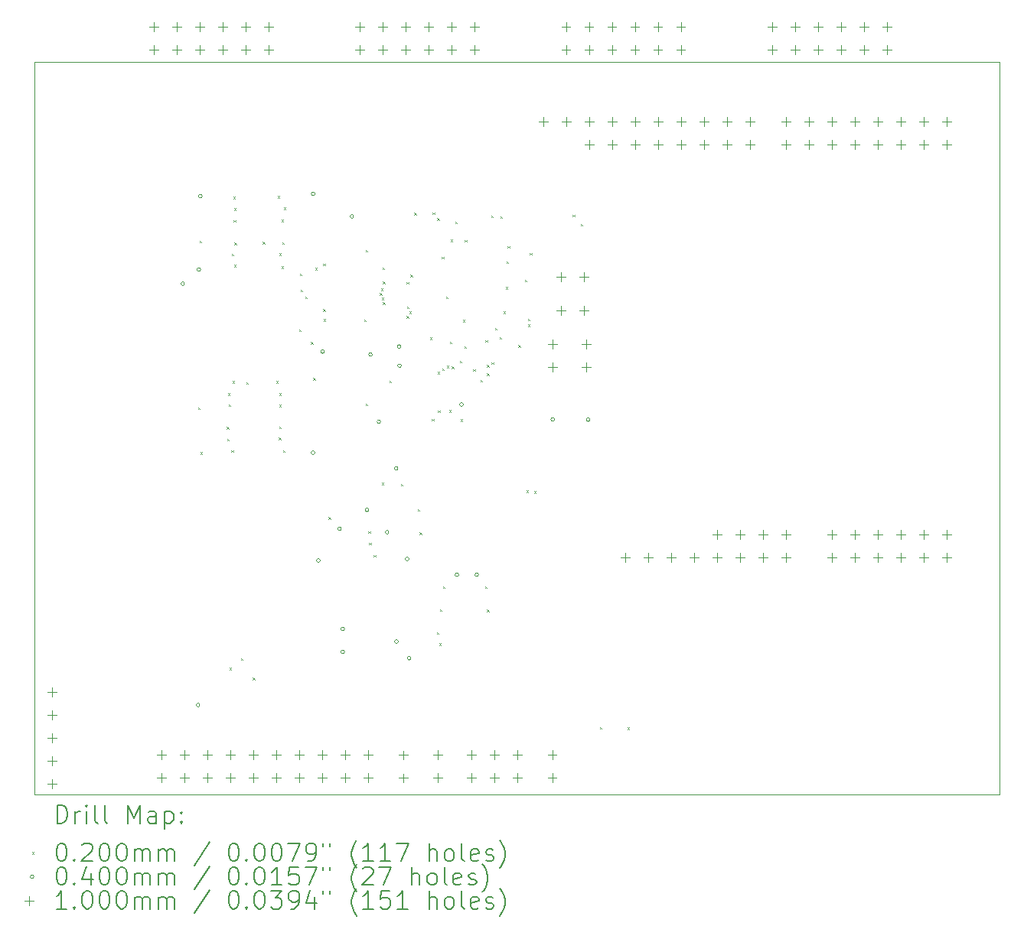
<source format=gbr>
%TF.GenerationSoftware,KiCad,Pcbnew,(6.0.7)*%
%TF.CreationDate,2023-05-13T08:52:07+05:30*%
%TF.ProjectId,DSP_board,4453505f-626f-4617-9264-2e6b69636164,rev?*%
%TF.SameCoordinates,Original*%
%TF.FileFunction,Drillmap*%
%TF.FilePolarity,Positive*%
%FSLAX45Y45*%
G04 Gerber Fmt 4.5, Leading zero omitted, Abs format (unit mm)*
G04 Created by KiCad (PCBNEW (6.0.7)) date 2023-05-13 08:52:07*
%MOMM*%
%LPD*%
G01*
G04 APERTURE LIST*
%ADD10C,0.100000*%
%ADD11C,0.200000*%
%ADD12C,0.020000*%
%ADD13C,0.040000*%
G04 APERTURE END LIST*
D10*
X8606000Y-6388000D02*
X19285000Y-6388000D01*
X19285000Y-6388000D02*
X19285000Y-14506000D01*
X19285000Y-14506000D02*
X8606000Y-14506000D01*
X8606000Y-14506000D02*
X8606000Y-6388000D01*
D11*
D12*
X10420000Y-10218000D02*
X10440000Y-10238000D01*
X10440000Y-10218000D02*
X10420000Y-10238000D01*
X10433233Y-8372000D02*
X10453233Y-8392000D01*
X10453233Y-8372000D02*
X10433233Y-8392000D01*
X10442000Y-10714000D02*
X10462000Y-10734000D01*
X10462000Y-10714000D02*
X10442000Y-10734000D01*
X10734000Y-10433000D02*
X10754000Y-10453000D01*
X10754000Y-10433000D02*
X10734000Y-10453000D01*
X10738000Y-10563000D02*
X10758000Y-10583000D01*
X10758000Y-10563000D02*
X10738000Y-10583000D01*
X10749000Y-10062000D02*
X10769000Y-10082000D01*
X10769000Y-10062000D02*
X10749000Y-10082000D01*
X10757000Y-10182000D02*
X10777000Y-10202000D01*
X10777000Y-10182000D02*
X10757000Y-10202000D01*
X10763000Y-13101000D02*
X10783000Y-13121000D01*
X10783000Y-13101000D02*
X10763000Y-13121000D01*
X10785450Y-10690000D02*
X10805450Y-10710000D01*
X10805450Y-10690000D02*
X10785450Y-10710000D01*
X10789800Y-8515000D02*
X10809800Y-8535000D01*
X10809800Y-8515000D02*
X10789800Y-8535000D01*
X10796450Y-9924000D02*
X10816450Y-9944000D01*
X10816450Y-9924000D02*
X10796450Y-9944000D01*
X10808800Y-7884000D02*
X10828800Y-7904000D01*
X10828800Y-7884000D02*
X10808800Y-7904000D01*
X10811800Y-8143000D02*
X10831800Y-8163000D01*
X10831800Y-8143000D02*
X10811800Y-8163000D01*
X10813800Y-8638000D02*
X10833800Y-8658000D01*
X10833800Y-8638000D02*
X10813800Y-8658000D01*
X10817800Y-8011000D02*
X10837800Y-8031000D01*
X10837800Y-8011000D02*
X10817800Y-8031000D01*
X10820800Y-8393000D02*
X10840800Y-8413000D01*
X10840800Y-8393000D02*
X10820800Y-8413000D01*
X10890000Y-12993000D02*
X10910000Y-13013000D01*
X10910000Y-12993000D02*
X10890000Y-13013000D01*
X10952250Y-9937750D02*
X10972250Y-9957750D01*
X10972250Y-9937750D02*
X10952250Y-9957750D01*
X11022000Y-13212000D02*
X11042000Y-13232000D01*
X11042000Y-13212000D02*
X11022000Y-13232000D01*
X11132000Y-8383000D02*
X11152000Y-8403000D01*
X11152000Y-8383000D02*
X11132000Y-8403000D01*
X11280000Y-9926000D02*
X11300000Y-9946000D01*
X11300000Y-9926000D02*
X11280000Y-9946000D01*
X11296800Y-7875000D02*
X11316800Y-7895000D01*
X11316800Y-7875000D02*
X11296800Y-7895000D01*
X11312000Y-10551000D02*
X11332000Y-10571000D01*
X11332000Y-10551000D02*
X11312000Y-10571000D01*
X11314000Y-10060000D02*
X11334000Y-10080000D01*
X11334000Y-10060000D02*
X11314000Y-10080000D01*
X11315000Y-10187000D02*
X11335000Y-10207000D01*
X11335000Y-10187000D02*
X11315000Y-10207000D01*
X11315000Y-10430000D02*
X11335000Y-10450000D01*
X11335000Y-10430000D02*
X11315000Y-10450000D01*
X11315800Y-8510000D02*
X11335800Y-8530000D01*
X11335800Y-8510000D02*
X11315800Y-8530000D01*
X11338800Y-8655000D02*
X11358800Y-8675000D01*
X11358800Y-8655000D02*
X11338800Y-8675000D01*
X11342800Y-8140000D02*
X11362800Y-8160000D01*
X11362800Y-8140000D02*
X11342800Y-8160000D01*
X11349800Y-8390000D02*
X11369800Y-8410000D01*
X11369800Y-8390000D02*
X11349800Y-8410000D01*
X11359450Y-10692000D02*
X11379450Y-10712000D01*
X11379450Y-10692000D02*
X11359450Y-10712000D01*
X11364800Y-8004000D02*
X11384800Y-8024000D01*
X11384800Y-8004000D02*
X11364800Y-8024000D01*
X11534264Y-9356201D02*
X11554264Y-9376201D01*
X11554264Y-9356201D02*
X11534264Y-9376201D01*
X11543000Y-8737000D02*
X11563000Y-8757000D01*
X11563000Y-8737000D02*
X11543000Y-8757000D01*
X11552317Y-8916101D02*
X11572317Y-8936101D01*
X11572317Y-8916101D02*
X11552317Y-8936101D01*
X11603000Y-8991000D02*
X11623000Y-9011000D01*
X11623000Y-8991000D02*
X11603000Y-9011000D01*
X11665000Y-9494000D02*
X11685000Y-9514000D01*
X11685000Y-9494000D02*
X11665000Y-9514000D01*
X11693000Y-9892000D02*
X11713000Y-9912000D01*
X11713000Y-9892000D02*
X11693000Y-9912000D01*
X11715000Y-8671000D02*
X11735000Y-8691000D01*
X11735000Y-8671000D02*
X11715000Y-8691000D01*
X11803000Y-8624000D02*
X11823000Y-8644000D01*
X11823000Y-8624000D02*
X11803000Y-8644000D01*
X11803000Y-9130000D02*
X11823000Y-9150000D01*
X11823000Y-9130000D02*
X11803000Y-9150000D01*
X11804000Y-9241000D02*
X11824000Y-9261000D01*
X11824000Y-9241000D02*
X11804000Y-9261000D01*
X11862000Y-11433000D02*
X11882000Y-11453000D01*
X11882000Y-11433000D02*
X11862000Y-11453000D01*
X12253000Y-9246000D02*
X12273000Y-9266000D01*
X12273000Y-9246000D02*
X12253000Y-9266000D01*
X12269000Y-10175000D02*
X12289000Y-10195000D01*
X12289000Y-10175000D02*
X12269000Y-10195000D01*
X12273000Y-8474000D02*
X12293000Y-8494000D01*
X12293000Y-8474000D02*
X12273000Y-8494000D01*
X12301000Y-11589000D02*
X12321000Y-11609000D01*
X12321000Y-11589000D02*
X12301000Y-11609000D01*
X12311000Y-11717000D02*
X12331000Y-11737000D01*
X12331000Y-11717000D02*
X12311000Y-11737000D01*
X12362000Y-11850000D02*
X12382000Y-11870000D01*
X12382000Y-11850000D02*
X12362000Y-11870000D01*
X12429000Y-8951000D02*
X12449000Y-8971000D01*
X12449000Y-8951000D02*
X12429000Y-8971000D01*
X12443550Y-8902000D02*
X12463550Y-8922000D01*
X12463550Y-8902000D02*
X12443550Y-8922000D01*
X12448987Y-9001388D02*
X12468987Y-9021388D01*
X12468987Y-9001388D02*
X12448987Y-9021388D01*
X12450800Y-11051000D02*
X12470800Y-11071000D01*
X12470800Y-11051000D02*
X12450800Y-11071000D01*
X12457050Y-8669000D02*
X12477050Y-8689000D01*
X12477050Y-8669000D02*
X12457050Y-8689000D01*
X12461055Y-8823517D02*
X12481055Y-8843517D01*
X12481055Y-8823517D02*
X12461055Y-8843517D01*
X12462550Y-9052000D02*
X12482550Y-9072000D01*
X12482550Y-9052000D02*
X12462550Y-9072000D01*
X12532000Y-9920000D02*
X12552000Y-9940000D01*
X12552000Y-9920000D02*
X12532000Y-9940000D01*
X12659550Y-11065000D02*
X12679550Y-11085000D01*
X12679550Y-11065000D02*
X12659550Y-11085000D01*
X12725781Y-8826886D02*
X12745781Y-8846886D01*
X12745781Y-8826886D02*
X12725781Y-8846886D01*
X12726000Y-9205000D02*
X12746000Y-9225000D01*
X12746000Y-9205000D02*
X12726000Y-9225000D01*
X12731000Y-9102000D02*
X12751000Y-9122000D01*
X12751000Y-9102000D02*
X12731000Y-9122000D01*
X12754000Y-9155000D02*
X12774000Y-9175000D01*
X12774000Y-9155000D02*
X12754000Y-9175000D01*
X12768000Y-8750000D02*
X12788000Y-8770000D01*
X12788000Y-8750000D02*
X12768000Y-8770000D01*
X12809000Y-8063000D02*
X12829000Y-8083000D01*
X12829000Y-8063000D02*
X12809000Y-8083000D01*
X12850000Y-11341000D02*
X12870000Y-11361000D01*
X12870000Y-11341000D02*
X12850000Y-11361000D01*
X12868000Y-11601000D02*
X12888000Y-11621000D01*
X12888000Y-11601000D02*
X12868000Y-11621000D01*
X12982744Y-9443508D02*
X13002744Y-9463508D01*
X13002744Y-9443508D02*
X12982744Y-9463508D01*
X13004000Y-10345000D02*
X13024000Y-10365000D01*
X13024000Y-10345000D02*
X13004000Y-10365000D01*
X13011000Y-8059000D02*
X13031000Y-8079000D01*
X13031000Y-8059000D02*
X13011000Y-8079000D01*
X13057000Y-12706000D02*
X13077000Y-12726000D01*
X13077000Y-12706000D02*
X13057000Y-12726000D01*
X13064550Y-8122000D02*
X13084550Y-8142000D01*
X13084550Y-8122000D02*
X13064550Y-8142000D01*
X13070000Y-9824000D02*
X13090000Y-9844000D01*
X13090000Y-9824000D02*
X13070000Y-9844000D01*
X13072000Y-10250250D02*
X13092000Y-10270250D01*
X13092000Y-10250250D02*
X13072000Y-10270250D01*
X13085000Y-12831000D02*
X13105000Y-12851000D01*
X13105000Y-12831000D02*
X13085000Y-12851000D01*
X13092000Y-12455000D02*
X13112000Y-12475000D01*
X13112000Y-12455000D02*
X13092000Y-12475000D01*
X13113000Y-8548000D02*
X13133000Y-8568000D01*
X13133000Y-8548000D02*
X13113000Y-8568000D01*
X13119450Y-9784000D02*
X13139450Y-9804000D01*
X13139450Y-9784000D02*
X13119450Y-9804000D01*
X13127000Y-12198000D02*
X13147000Y-12218000D01*
X13147000Y-12198000D02*
X13127000Y-12218000D01*
X13160450Y-8988000D02*
X13180450Y-9008000D01*
X13180450Y-8988000D02*
X13160450Y-9008000D01*
X13168902Y-9755400D02*
X13188902Y-9775400D01*
X13188902Y-9755400D02*
X13168902Y-9775400D01*
X13193000Y-10248250D02*
X13213000Y-10268250D01*
X13213000Y-10248250D02*
X13193000Y-10268250D01*
X13201713Y-9491050D02*
X13221713Y-9511050D01*
X13221713Y-9491050D02*
X13201713Y-9511050D01*
X13210000Y-8358000D02*
X13230000Y-8378000D01*
X13230000Y-8358000D02*
X13210000Y-8378000D01*
X13225000Y-9765000D02*
X13245000Y-9785000D01*
X13245000Y-9765000D02*
X13225000Y-9785000D01*
X13260000Y-8158000D02*
X13280000Y-8178000D01*
X13280000Y-8158000D02*
X13260000Y-8178000D01*
X13314550Y-9700000D02*
X13334550Y-9720000D01*
X13334550Y-9700000D02*
X13314550Y-9720000D01*
X13319625Y-10349250D02*
X13339625Y-10369250D01*
X13339625Y-10349250D02*
X13319625Y-10369250D01*
X13347000Y-9248000D02*
X13367000Y-9268000D01*
X13367000Y-9248000D02*
X13347000Y-9268000D01*
X13361950Y-9541950D02*
X13381950Y-9561950D01*
X13381950Y-9541950D02*
X13361950Y-9561950D01*
X13369000Y-8364000D02*
X13389000Y-8384000D01*
X13389000Y-8364000D02*
X13369000Y-8384000D01*
X13461000Y-9793000D02*
X13481000Y-9813000D01*
X13481000Y-9793000D02*
X13461000Y-9813000D01*
X13542450Y-9912000D02*
X13562450Y-9932000D01*
X13562450Y-9912000D02*
X13542450Y-9932000D01*
X13592204Y-12201415D02*
X13612204Y-12221415D01*
X13612204Y-12201415D02*
X13592204Y-12221415D01*
X13598000Y-9470000D02*
X13618000Y-9490000D01*
X13618000Y-9470000D02*
X13598000Y-9490000D01*
X13614000Y-9748000D02*
X13634000Y-9768000D01*
X13634000Y-9748000D02*
X13614000Y-9768000D01*
X13614000Y-12456000D02*
X13634000Y-12476000D01*
X13634000Y-12456000D02*
X13614000Y-12476000D01*
X13615000Y-9839450D02*
X13635000Y-9859450D01*
X13635000Y-9839450D02*
X13615000Y-9859450D01*
X13661000Y-8091000D02*
X13681000Y-8111000D01*
X13681000Y-8091000D02*
X13661000Y-8111000D01*
X13664000Y-9719000D02*
X13684000Y-9739000D01*
X13684000Y-9719000D02*
X13664000Y-9739000D01*
X13701050Y-9338050D02*
X13721050Y-9358050D01*
X13721050Y-9338050D02*
X13701050Y-9358050D01*
X13755000Y-9439000D02*
X13775000Y-9459000D01*
X13775000Y-9439000D02*
X13755000Y-9459000D01*
X13761950Y-8102000D02*
X13781950Y-8122000D01*
X13781950Y-8102000D02*
X13761950Y-8122000D01*
X13798000Y-9156000D02*
X13818000Y-9176000D01*
X13818000Y-9156000D02*
X13798000Y-9176000D01*
X13823000Y-8885000D02*
X13843000Y-8905000D01*
X13843000Y-8885000D02*
X13823000Y-8905000D01*
X13829000Y-8600000D02*
X13849000Y-8620000D01*
X13849000Y-8600000D02*
X13829000Y-8620000D01*
X13842000Y-8429000D02*
X13862000Y-8449000D01*
X13862000Y-8429000D02*
X13842000Y-8449000D01*
X13962000Y-9529000D02*
X13982000Y-9549000D01*
X13982000Y-9529000D02*
X13962000Y-9549000D01*
X14035000Y-8800950D02*
X14055000Y-8820950D01*
X14055000Y-8800950D02*
X14035000Y-8820950D01*
X14048000Y-11135000D02*
X14068000Y-11155000D01*
X14068000Y-11135000D02*
X14048000Y-11155000D01*
X14067000Y-9298000D02*
X14087000Y-9318000D01*
X14087000Y-9298000D02*
X14067000Y-9318000D01*
X14069000Y-9238000D02*
X14089000Y-9258000D01*
X14089000Y-9238000D02*
X14069000Y-9258000D01*
X14089000Y-8505000D02*
X14109000Y-8525000D01*
X14109000Y-8505000D02*
X14089000Y-8525000D01*
X14134000Y-11146000D02*
X14154000Y-11166000D01*
X14154000Y-11146000D02*
X14134000Y-11166000D01*
X14562000Y-8085000D02*
X14582000Y-8105000D01*
X14582000Y-8085000D02*
X14562000Y-8105000D01*
X14652000Y-8185000D02*
X14672000Y-8205000D01*
X14672000Y-8185000D02*
X14652000Y-8205000D01*
X14862000Y-13758000D02*
X14882000Y-13778000D01*
X14882000Y-13758000D02*
X14862000Y-13778000D01*
X15166000Y-13760000D02*
X15186000Y-13780000D01*
X15186000Y-13760000D02*
X15166000Y-13780000D01*
D13*
X10268000Y-8848000D02*
G75*
G03*
X10268000Y-8848000I-20000J0D01*
G01*
X10437000Y-13513000D02*
G75*
G03*
X10437000Y-13513000I-20000J0D01*
G01*
X10445000Y-8690000D02*
G75*
G03*
X10445000Y-8690000I-20000J0D01*
G01*
X10462000Y-7879000D02*
G75*
G03*
X10462000Y-7879000I-20000J0D01*
G01*
X11710000Y-10718000D02*
G75*
G03*
X11710000Y-10718000I-20000J0D01*
G01*
X11711000Y-7851000D02*
G75*
G03*
X11711000Y-7851000I-20000J0D01*
G01*
X11768000Y-11911000D02*
G75*
G03*
X11768000Y-11911000I-20000J0D01*
G01*
X11814927Y-9598690D02*
G75*
G03*
X11814927Y-9598690I-20000J0D01*
G01*
X12002000Y-11560000D02*
G75*
G03*
X12002000Y-11560000I-20000J0D01*
G01*
X12038000Y-12670000D02*
G75*
G03*
X12038000Y-12670000I-20000J0D01*
G01*
X12038000Y-12924000D02*
G75*
G03*
X12038000Y-12924000I-20000J0D01*
G01*
X12139000Y-8103000D02*
G75*
G03*
X12139000Y-8103000I-20000J0D01*
G01*
X12305437Y-11351562D02*
G75*
G03*
X12305437Y-11351562I-20000J0D01*
G01*
X12345000Y-9632000D02*
G75*
G03*
X12345000Y-9632000I-20000J0D01*
G01*
X12437000Y-10375000D02*
G75*
G03*
X12437000Y-10375000I-20000J0D01*
G01*
X12528250Y-11598750D02*
G75*
G03*
X12528250Y-11598750I-20000J0D01*
G01*
X12628000Y-10893000D02*
G75*
G03*
X12628000Y-10893000I-20000J0D01*
G01*
X12632000Y-12809000D02*
G75*
G03*
X12632000Y-12809000I-20000J0D01*
G01*
X12662000Y-9544000D02*
G75*
G03*
X12662000Y-9544000I-20000J0D01*
G01*
X12666000Y-9755000D02*
G75*
G03*
X12666000Y-9755000I-20000J0D01*
G01*
X12751000Y-11896000D02*
G75*
G03*
X12751000Y-11896000I-20000J0D01*
G01*
X12773000Y-12994000D02*
G75*
G03*
X12773000Y-12994000I-20000J0D01*
G01*
X13301000Y-12071000D02*
G75*
G03*
X13301000Y-12071000I-20000J0D01*
G01*
X13351000Y-10185875D02*
G75*
G03*
X13351000Y-10185875I-20000J0D01*
G01*
X13520000Y-12071000D02*
G75*
G03*
X13520000Y-12071000I-20000J0D01*
G01*
X14361000Y-10352000D02*
G75*
G03*
X14361000Y-10352000I-20000J0D01*
G01*
X14754000Y-10353000D02*
G75*
G03*
X14754000Y-10353000I-20000J0D01*
G01*
D10*
X8800500Y-13322000D02*
X8800500Y-13422000D01*
X8750500Y-13372000D02*
X8850500Y-13372000D01*
X8800500Y-13576000D02*
X8800500Y-13676000D01*
X8750500Y-13626000D02*
X8850500Y-13626000D01*
X8800500Y-13830000D02*
X8800500Y-13930000D01*
X8750500Y-13880000D02*
X8850500Y-13880000D01*
X8800500Y-14084000D02*
X8800500Y-14184000D01*
X8750500Y-14134000D02*
X8850500Y-14134000D01*
X8800500Y-14338000D02*
X8800500Y-14438000D01*
X8750500Y-14388000D02*
X8850500Y-14388000D01*
X9927500Y-5954000D02*
X9927500Y-6054000D01*
X9877500Y-6004000D02*
X9977500Y-6004000D01*
X9927500Y-6208000D02*
X9927500Y-6308000D01*
X9877500Y-6258000D02*
X9977500Y-6258000D01*
X10012000Y-14011000D02*
X10012000Y-14111000D01*
X9962000Y-14061000D02*
X10062000Y-14061000D01*
X10012000Y-14265000D02*
X10012000Y-14365000D01*
X9962000Y-14315000D02*
X10062000Y-14315000D01*
X10181500Y-5954000D02*
X10181500Y-6054000D01*
X10131500Y-6004000D02*
X10231500Y-6004000D01*
X10181500Y-6208000D02*
X10181500Y-6308000D01*
X10131500Y-6258000D02*
X10231500Y-6258000D01*
X10266000Y-14011000D02*
X10266000Y-14111000D01*
X10216000Y-14061000D02*
X10316000Y-14061000D01*
X10266000Y-14265000D02*
X10266000Y-14365000D01*
X10216000Y-14315000D02*
X10316000Y-14315000D01*
X10435500Y-5954000D02*
X10435500Y-6054000D01*
X10385500Y-6004000D02*
X10485500Y-6004000D01*
X10435500Y-6208000D02*
X10435500Y-6308000D01*
X10385500Y-6258000D02*
X10485500Y-6258000D01*
X10520000Y-14011000D02*
X10520000Y-14111000D01*
X10470000Y-14061000D02*
X10570000Y-14061000D01*
X10520000Y-14265000D02*
X10520000Y-14365000D01*
X10470000Y-14315000D02*
X10570000Y-14315000D01*
X10689500Y-5954000D02*
X10689500Y-6054000D01*
X10639500Y-6004000D02*
X10739500Y-6004000D01*
X10689500Y-6208000D02*
X10689500Y-6308000D01*
X10639500Y-6258000D02*
X10739500Y-6258000D01*
X10774000Y-14011000D02*
X10774000Y-14111000D01*
X10724000Y-14061000D02*
X10824000Y-14061000D01*
X10774000Y-14265000D02*
X10774000Y-14365000D01*
X10724000Y-14315000D02*
X10824000Y-14315000D01*
X10943500Y-5954000D02*
X10943500Y-6054000D01*
X10893500Y-6004000D02*
X10993500Y-6004000D01*
X10943500Y-6208000D02*
X10943500Y-6308000D01*
X10893500Y-6258000D02*
X10993500Y-6258000D01*
X11028000Y-14011000D02*
X11028000Y-14111000D01*
X10978000Y-14061000D02*
X11078000Y-14061000D01*
X11028000Y-14265000D02*
X11028000Y-14365000D01*
X10978000Y-14315000D02*
X11078000Y-14315000D01*
X11197500Y-5954000D02*
X11197500Y-6054000D01*
X11147500Y-6004000D02*
X11247500Y-6004000D01*
X11197500Y-6208000D02*
X11197500Y-6308000D01*
X11147500Y-6258000D02*
X11247500Y-6258000D01*
X11282000Y-14011000D02*
X11282000Y-14111000D01*
X11232000Y-14061000D02*
X11332000Y-14061000D01*
X11282000Y-14265000D02*
X11282000Y-14365000D01*
X11232000Y-14315000D02*
X11332000Y-14315000D01*
X11536000Y-14011000D02*
X11536000Y-14111000D01*
X11486000Y-14061000D02*
X11586000Y-14061000D01*
X11536000Y-14265000D02*
X11536000Y-14365000D01*
X11486000Y-14315000D02*
X11586000Y-14315000D01*
X11790000Y-14011000D02*
X11790000Y-14111000D01*
X11740000Y-14061000D02*
X11840000Y-14061000D01*
X11790000Y-14265000D02*
X11790000Y-14365000D01*
X11740000Y-14315000D02*
X11840000Y-14315000D01*
X12044000Y-14011000D02*
X12044000Y-14111000D01*
X11994000Y-14061000D02*
X12094000Y-14061000D01*
X12044000Y-14265000D02*
X12044000Y-14365000D01*
X11994000Y-14315000D02*
X12094000Y-14315000D01*
X12207500Y-5954000D02*
X12207500Y-6054000D01*
X12157500Y-6004000D02*
X12257500Y-6004000D01*
X12207500Y-6208000D02*
X12207500Y-6308000D01*
X12157500Y-6258000D02*
X12257500Y-6258000D01*
X12298000Y-14011000D02*
X12298000Y-14111000D01*
X12248000Y-14061000D02*
X12348000Y-14061000D01*
X12298000Y-14265000D02*
X12298000Y-14365000D01*
X12248000Y-14315000D02*
X12348000Y-14315000D01*
X12461500Y-5954000D02*
X12461500Y-6054000D01*
X12411500Y-6004000D02*
X12511500Y-6004000D01*
X12461500Y-6208000D02*
X12461500Y-6308000D01*
X12411500Y-6258000D02*
X12511500Y-6258000D01*
X12690500Y-14017000D02*
X12690500Y-14117000D01*
X12640500Y-14067000D02*
X12740500Y-14067000D01*
X12690500Y-14271000D02*
X12690500Y-14371000D01*
X12640500Y-14321000D02*
X12740500Y-14321000D01*
X12715500Y-5954000D02*
X12715500Y-6054000D01*
X12665500Y-6004000D02*
X12765500Y-6004000D01*
X12715500Y-6208000D02*
X12715500Y-6308000D01*
X12665500Y-6258000D02*
X12765500Y-6258000D01*
X12969500Y-5954000D02*
X12969500Y-6054000D01*
X12919500Y-6004000D02*
X13019500Y-6004000D01*
X12969500Y-6208000D02*
X12969500Y-6308000D01*
X12919500Y-6258000D02*
X13019500Y-6258000D01*
X13066500Y-14012000D02*
X13066500Y-14112000D01*
X13016500Y-14062000D02*
X13116500Y-14062000D01*
X13066500Y-14266000D02*
X13066500Y-14366000D01*
X13016500Y-14316000D02*
X13116500Y-14316000D01*
X13223500Y-5954000D02*
X13223500Y-6054000D01*
X13173500Y-6004000D02*
X13273500Y-6004000D01*
X13223500Y-6208000D02*
X13223500Y-6308000D01*
X13173500Y-6258000D02*
X13273500Y-6258000D01*
X13444500Y-14009500D02*
X13444500Y-14109500D01*
X13394500Y-14059500D02*
X13494500Y-14059500D01*
X13444500Y-14263500D02*
X13444500Y-14363500D01*
X13394500Y-14313500D02*
X13494500Y-14313500D01*
X13477500Y-5954000D02*
X13477500Y-6054000D01*
X13427500Y-6004000D02*
X13527500Y-6004000D01*
X13477500Y-6208000D02*
X13477500Y-6308000D01*
X13427500Y-6258000D02*
X13527500Y-6258000D01*
X13698500Y-14009500D02*
X13698500Y-14109500D01*
X13648500Y-14059500D02*
X13748500Y-14059500D01*
X13698500Y-14263500D02*
X13698500Y-14363500D01*
X13648500Y-14313500D02*
X13748500Y-14313500D01*
X13952500Y-14009500D02*
X13952500Y-14109500D01*
X13902500Y-14059500D02*
X14002500Y-14059500D01*
X13952500Y-14263500D02*
X13952500Y-14363500D01*
X13902500Y-14313500D02*
X14002500Y-14313500D01*
X14235500Y-7002000D02*
X14235500Y-7102000D01*
X14185500Y-7052000D02*
X14285500Y-7052000D01*
X14335000Y-14010000D02*
X14335000Y-14110000D01*
X14285000Y-14060000D02*
X14385000Y-14060000D01*
X14335000Y-14264000D02*
X14335000Y-14364000D01*
X14285000Y-14314000D02*
X14385000Y-14314000D01*
X14338000Y-9466500D02*
X14338000Y-9566500D01*
X14288000Y-9516500D02*
X14388000Y-9516500D01*
X14338000Y-9720500D02*
X14338000Y-9820500D01*
X14288000Y-9770500D02*
X14388000Y-9770500D01*
X14430500Y-9094000D02*
X14430500Y-9194000D01*
X14380500Y-9144000D02*
X14480500Y-9144000D01*
X14431500Y-8719000D02*
X14431500Y-8819000D01*
X14381500Y-8769000D02*
X14481500Y-8769000D01*
X14487500Y-5954000D02*
X14487500Y-6054000D01*
X14437500Y-6004000D02*
X14537500Y-6004000D01*
X14487500Y-6208000D02*
X14487500Y-6308000D01*
X14437500Y-6258000D02*
X14537500Y-6258000D01*
X14489500Y-7002000D02*
X14489500Y-7102000D01*
X14439500Y-7052000D02*
X14539500Y-7052000D01*
X14684500Y-9094000D02*
X14684500Y-9194000D01*
X14634500Y-9144000D02*
X14734500Y-9144000D01*
X14685500Y-8719000D02*
X14685500Y-8819000D01*
X14635500Y-8769000D02*
X14735500Y-8769000D01*
X14713000Y-9463000D02*
X14713000Y-9563000D01*
X14663000Y-9513000D02*
X14763000Y-9513000D01*
X14713000Y-9717000D02*
X14713000Y-9817000D01*
X14663000Y-9767000D02*
X14763000Y-9767000D01*
X14741500Y-5954000D02*
X14741500Y-6054000D01*
X14691500Y-6004000D02*
X14791500Y-6004000D01*
X14741500Y-6208000D02*
X14741500Y-6308000D01*
X14691500Y-6258000D02*
X14791500Y-6258000D01*
X14743500Y-7002000D02*
X14743500Y-7102000D01*
X14693500Y-7052000D02*
X14793500Y-7052000D01*
X14743500Y-7256000D02*
X14743500Y-7356000D01*
X14693500Y-7306000D02*
X14793500Y-7306000D01*
X14995500Y-5954000D02*
X14995500Y-6054000D01*
X14945500Y-6004000D02*
X15045500Y-6004000D01*
X14995500Y-6208000D02*
X14995500Y-6308000D01*
X14945500Y-6258000D02*
X15045500Y-6258000D01*
X14997500Y-7002000D02*
X14997500Y-7102000D01*
X14947500Y-7052000D02*
X15047500Y-7052000D01*
X14997500Y-7256000D02*
X14997500Y-7356000D01*
X14947500Y-7306000D02*
X15047500Y-7306000D01*
X15146500Y-11830000D02*
X15146500Y-11930000D01*
X15096500Y-11880000D02*
X15196500Y-11880000D01*
X15249500Y-5954000D02*
X15249500Y-6054000D01*
X15199500Y-6004000D02*
X15299500Y-6004000D01*
X15249500Y-6208000D02*
X15249500Y-6308000D01*
X15199500Y-6258000D02*
X15299500Y-6258000D01*
X15251500Y-7002000D02*
X15251500Y-7102000D01*
X15201500Y-7052000D02*
X15301500Y-7052000D01*
X15251500Y-7256000D02*
X15251500Y-7356000D01*
X15201500Y-7306000D02*
X15301500Y-7306000D01*
X15400500Y-11830000D02*
X15400500Y-11930000D01*
X15350500Y-11880000D02*
X15450500Y-11880000D01*
X15503500Y-5954000D02*
X15503500Y-6054000D01*
X15453500Y-6004000D02*
X15553500Y-6004000D01*
X15503500Y-6208000D02*
X15503500Y-6308000D01*
X15453500Y-6258000D02*
X15553500Y-6258000D01*
X15505500Y-7002000D02*
X15505500Y-7102000D01*
X15455500Y-7052000D02*
X15555500Y-7052000D01*
X15505500Y-7256000D02*
X15505500Y-7356000D01*
X15455500Y-7306000D02*
X15555500Y-7306000D01*
X15654500Y-11830000D02*
X15654500Y-11930000D01*
X15604500Y-11880000D02*
X15704500Y-11880000D01*
X15757500Y-5954000D02*
X15757500Y-6054000D01*
X15707500Y-6004000D02*
X15807500Y-6004000D01*
X15757500Y-6208000D02*
X15757500Y-6308000D01*
X15707500Y-6258000D02*
X15807500Y-6258000D01*
X15759500Y-7002000D02*
X15759500Y-7102000D01*
X15709500Y-7052000D02*
X15809500Y-7052000D01*
X15759500Y-7256000D02*
X15759500Y-7356000D01*
X15709500Y-7306000D02*
X15809500Y-7306000D01*
X15908500Y-11830000D02*
X15908500Y-11930000D01*
X15858500Y-11880000D02*
X15958500Y-11880000D01*
X16013500Y-7002000D02*
X16013500Y-7102000D01*
X15963500Y-7052000D02*
X16063500Y-7052000D01*
X16013500Y-7256000D02*
X16013500Y-7356000D01*
X15963500Y-7306000D02*
X16063500Y-7306000D01*
X16162500Y-11576000D02*
X16162500Y-11676000D01*
X16112500Y-11626000D02*
X16212500Y-11626000D01*
X16162500Y-11830000D02*
X16162500Y-11930000D01*
X16112500Y-11880000D02*
X16212500Y-11880000D01*
X16267500Y-7002000D02*
X16267500Y-7102000D01*
X16217500Y-7052000D02*
X16317500Y-7052000D01*
X16267500Y-7256000D02*
X16267500Y-7356000D01*
X16217500Y-7306000D02*
X16317500Y-7306000D01*
X16416500Y-11576000D02*
X16416500Y-11676000D01*
X16366500Y-11626000D02*
X16466500Y-11626000D01*
X16416500Y-11830000D02*
X16416500Y-11930000D01*
X16366500Y-11880000D02*
X16466500Y-11880000D01*
X16521500Y-7002000D02*
X16521500Y-7102000D01*
X16471500Y-7052000D02*
X16571500Y-7052000D01*
X16521500Y-7256000D02*
X16521500Y-7356000D01*
X16471500Y-7306000D02*
X16571500Y-7306000D01*
X16670500Y-11576000D02*
X16670500Y-11676000D01*
X16620500Y-11626000D02*
X16720500Y-11626000D01*
X16670500Y-11830000D02*
X16670500Y-11930000D01*
X16620500Y-11880000D02*
X16720500Y-11880000D01*
X16767500Y-5954000D02*
X16767500Y-6054000D01*
X16717500Y-6004000D02*
X16817500Y-6004000D01*
X16767500Y-6208000D02*
X16767500Y-6308000D01*
X16717500Y-6258000D02*
X16817500Y-6258000D01*
X16924500Y-7002000D02*
X16924500Y-7102000D01*
X16874500Y-7052000D02*
X16974500Y-7052000D01*
X16924500Y-7256000D02*
X16924500Y-7356000D01*
X16874500Y-7306000D02*
X16974500Y-7306000D01*
X16924500Y-11576000D02*
X16924500Y-11676000D01*
X16874500Y-11626000D02*
X16974500Y-11626000D01*
X16924500Y-11830000D02*
X16924500Y-11930000D01*
X16874500Y-11880000D02*
X16974500Y-11880000D01*
X17021500Y-5954000D02*
X17021500Y-6054000D01*
X16971500Y-6004000D02*
X17071500Y-6004000D01*
X17021500Y-6208000D02*
X17021500Y-6308000D01*
X16971500Y-6258000D02*
X17071500Y-6258000D01*
X17178500Y-7002000D02*
X17178500Y-7102000D01*
X17128500Y-7052000D02*
X17228500Y-7052000D01*
X17178500Y-7256000D02*
X17178500Y-7356000D01*
X17128500Y-7306000D02*
X17228500Y-7306000D01*
X17275500Y-5954000D02*
X17275500Y-6054000D01*
X17225500Y-6004000D02*
X17325500Y-6004000D01*
X17275500Y-6208000D02*
X17275500Y-6308000D01*
X17225500Y-6258000D02*
X17325500Y-6258000D01*
X17432500Y-7002000D02*
X17432500Y-7102000D01*
X17382500Y-7052000D02*
X17482500Y-7052000D01*
X17432500Y-7256000D02*
X17432500Y-7356000D01*
X17382500Y-7306000D02*
X17482500Y-7306000D01*
X17432500Y-11576000D02*
X17432500Y-11676000D01*
X17382500Y-11626000D02*
X17482500Y-11626000D01*
X17432500Y-11830000D02*
X17432500Y-11930000D01*
X17382500Y-11880000D02*
X17482500Y-11880000D01*
X17529500Y-5954000D02*
X17529500Y-6054000D01*
X17479500Y-6004000D02*
X17579500Y-6004000D01*
X17529500Y-6208000D02*
X17529500Y-6308000D01*
X17479500Y-6258000D02*
X17579500Y-6258000D01*
X17686500Y-7002000D02*
X17686500Y-7102000D01*
X17636500Y-7052000D02*
X17736500Y-7052000D01*
X17686500Y-7256000D02*
X17686500Y-7356000D01*
X17636500Y-7306000D02*
X17736500Y-7306000D01*
X17686500Y-11576000D02*
X17686500Y-11676000D01*
X17636500Y-11626000D02*
X17736500Y-11626000D01*
X17686500Y-11830000D02*
X17686500Y-11930000D01*
X17636500Y-11880000D02*
X17736500Y-11880000D01*
X17783500Y-5954000D02*
X17783500Y-6054000D01*
X17733500Y-6004000D02*
X17833500Y-6004000D01*
X17783500Y-6208000D02*
X17783500Y-6308000D01*
X17733500Y-6258000D02*
X17833500Y-6258000D01*
X17940500Y-7002000D02*
X17940500Y-7102000D01*
X17890500Y-7052000D02*
X17990500Y-7052000D01*
X17940500Y-7256000D02*
X17940500Y-7356000D01*
X17890500Y-7306000D02*
X17990500Y-7306000D01*
X17940500Y-11576000D02*
X17940500Y-11676000D01*
X17890500Y-11626000D02*
X17990500Y-11626000D01*
X17940500Y-11830000D02*
X17940500Y-11930000D01*
X17890500Y-11880000D02*
X17990500Y-11880000D01*
X18037500Y-5954000D02*
X18037500Y-6054000D01*
X17987500Y-6004000D02*
X18087500Y-6004000D01*
X18037500Y-6208000D02*
X18037500Y-6308000D01*
X17987500Y-6258000D02*
X18087500Y-6258000D01*
X18194500Y-7002000D02*
X18194500Y-7102000D01*
X18144500Y-7052000D02*
X18244500Y-7052000D01*
X18194500Y-7256000D02*
X18194500Y-7356000D01*
X18144500Y-7306000D02*
X18244500Y-7306000D01*
X18194500Y-11576000D02*
X18194500Y-11676000D01*
X18144500Y-11626000D02*
X18244500Y-11626000D01*
X18194500Y-11830000D02*
X18194500Y-11930000D01*
X18144500Y-11880000D02*
X18244500Y-11880000D01*
X18448500Y-7002000D02*
X18448500Y-7102000D01*
X18398500Y-7052000D02*
X18498500Y-7052000D01*
X18448500Y-7256000D02*
X18448500Y-7356000D01*
X18398500Y-7306000D02*
X18498500Y-7306000D01*
X18448500Y-11576000D02*
X18448500Y-11676000D01*
X18398500Y-11626000D02*
X18498500Y-11626000D01*
X18448500Y-11830000D02*
X18448500Y-11930000D01*
X18398500Y-11880000D02*
X18498500Y-11880000D01*
X18702500Y-7004000D02*
X18702500Y-7104000D01*
X18652500Y-7054000D02*
X18752500Y-7054000D01*
X18702500Y-7258000D02*
X18702500Y-7358000D01*
X18652500Y-7308000D02*
X18752500Y-7308000D01*
X18702500Y-11576000D02*
X18702500Y-11676000D01*
X18652500Y-11626000D02*
X18752500Y-11626000D01*
X18702500Y-11830000D02*
X18702500Y-11930000D01*
X18652500Y-11880000D02*
X18752500Y-11880000D01*
D11*
X8858619Y-14821476D02*
X8858619Y-14621476D01*
X8906238Y-14621476D01*
X8934810Y-14631000D01*
X8953857Y-14650048D01*
X8963381Y-14669095D01*
X8972905Y-14707190D01*
X8972905Y-14735762D01*
X8963381Y-14773857D01*
X8953857Y-14792905D01*
X8934810Y-14811952D01*
X8906238Y-14821476D01*
X8858619Y-14821476D01*
X9058619Y-14821476D02*
X9058619Y-14688143D01*
X9058619Y-14726238D02*
X9068143Y-14707190D01*
X9077667Y-14697667D01*
X9096714Y-14688143D01*
X9115762Y-14688143D01*
X9182429Y-14821476D02*
X9182429Y-14688143D01*
X9182429Y-14621476D02*
X9172905Y-14631000D01*
X9182429Y-14640524D01*
X9191952Y-14631000D01*
X9182429Y-14621476D01*
X9182429Y-14640524D01*
X9306238Y-14821476D02*
X9287190Y-14811952D01*
X9277667Y-14792905D01*
X9277667Y-14621476D01*
X9411000Y-14821476D02*
X9391952Y-14811952D01*
X9382429Y-14792905D01*
X9382429Y-14621476D01*
X9639571Y-14821476D02*
X9639571Y-14621476D01*
X9706238Y-14764333D01*
X9772905Y-14621476D01*
X9772905Y-14821476D01*
X9953857Y-14821476D02*
X9953857Y-14716714D01*
X9944333Y-14697667D01*
X9925286Y-14688143D01*
X9887190Y-14688143D01*
X9868143Y-14697667D01*
X9953857Y-14811952D02*
X9934810Y-14821476D01*
X9887190Y-14821476D01*
X9868143Y-14811952D01*
X9858619Y-14792905D01*
X9858619Y-14773857D01*
X9868143Y-14754809D01*
X9887190Y-14745286D01*
X9934810Y-14745286D01*
X9953857Y-14735762D01*
X10049095Y-14688143D02*
X10049095Y-14888143D01*
X10049095Y-14697667D02*
X10068143Y-14688143D01*
X10106238Y-14688143D01*
X10125286Y-14697667D01*
X10134810Y-14707190D01*
X10144333Y-14726238D01*
X10144333Y-14783381D01*
X10134810Y-14802428D01*
X10125286Y-14811952D01*
X10106238Y-14821476D01*
X10068143Y-14821476D01*
X10049095Y-14811952D01*
X10230048Y-14802428D02*
X10239571Y-14811952D01*
X10230048Y-14821476D01*
X10220524Y-14811952D01*
X10230048Y-14802428D01*
X10230048Y-14821476D01*
X10230048Y-14697667D02*
X10239571Y-14707190D01*
X10230048Y-14716714D01*
X10220524Y-14707190D01*
X10230048Y-14697667D01*
X10230048Y-14716714D01*
D12*
X8581000Y-15141000D02*
X8601000Y-15161000D01*
X8601000Y-15141000D02*
X8581000Y-15161000D01*
D11*
X8896714Y-15041476D02*
X8915762Y-15041476D01*
X8934810Y-15051000D01*
X8944333Y-15060524D01*
X8953857Y-15079571D01*
X8963381Y-15117667D01*
X8963381Y-15165286D01*
X8953857Y-15203381D01*
X8944333Y-15222428D01*
X8934810Y-15231952D01*
X8915762Y-15241476D01*
X8896714Y-15241476D01*
X8877667Y-15231952D01*
X8868143Y-15222428D01*
X8858619Y-15203381D01*
X8849095Y-15165286D01*
X8849095Y-15117667D01*
X8858619Y-15079571D01*
X8868143Y-15060524D01*
X8877667Y-15051000D01*
X8896714Y-15041476D01*
X9049095Y-15222428D02*
X9058619Y-15231952D01*
X9049095Y-15241476D01*
X9039571Y-15231952D01*
X9049095Y-15222428D01*
X9049095Y-15241476D01*
X9134810Y-15060524D02*
X9144333Y-15051000D01*
X9163381Y-15041476D01*
X9211000Y-15041476D01*
X9230048Y-15051000D01*
X9239571Y-15060524D01*
X9249095Y-15079571D01*
X9249095Y-15098619D01*
X9239571Y-15127190D01*
X9125286Y-15241476D01*
X9249095Y-15241476D01*
X9372905Y-15041476D02*
X9391952Y-15041476D01*
X9411000Y-15051000D01*
X9420524Y-15060524D01*
X9430048Y-15079571D01*
X9439571Y-15117667D01*
X9439571Y-15165286D01*
X9430048Y-15203381D01*
X9420524Y-15222428D01*
X9411000Y-15231952D01*
X9391952Y-15241476D01*
X9372905Y-15241476D01*
X9353857Y-15231952D01*
X9344333Y-15222428D01*
X9334810Y-15203381D01*
X9325286Y-15165286D01*
X9325286Y-15117667D01*
X9334810Y-15079571D01*
X9344333Y-15060524D01*
X9353857Y-15051000D01*
X9372905Y-15041476D01*
X9563381Y-15041476D02*
X9582429Y-15041476D01*
X9601476Y-15051000D01*
X9611000Y-15060524D01*
X9620524Y-15079571D01*
X9630048Y-15117667D01*
X9630048Y-15165286D01*
X9620524Y-15203381D01*
X9611000Y-15222428D01*
X9601476Y-15231952D01*
X9582429Y-15241476D01*
X9563381Y-15241476D01*
X9544333Y-15231952D01*
X9534810Y-15222428D01*
X9525286Y-15203381D01*
X9515762Y-15165286D01*
X9515762Y-15117667D01*
X9525286Y-15079571D01*
X9534810Y-15060524D01*
X9544333Y-15051000D01*
X9563381Y-15041476D01*
X9715762Y-15241476D02*
X9715762Y-15108143D01*
X9715762Y-15127190D02*
X9725286Y-15117667D01*
X9744333Y-15108143D01*
X9772905Y-15108143D01*
X9791952Y-15117667D01*
X9801476Y-15136714D01*
X9801476Y-15241476D01*
X9801476Y-15136714D02*
X9811000Y-15117667D01*
X9830048Y-15108143D01*
X9858619Y-15108143D01*
X9877667Y-15117667D01*
X9887190Y-15136714D01*
X9887190Y-15241476D01*
X9982429Y-15241476D02*
X9982429Y-15108143D01*
X9982429Y-15127190D02*
X9991952Y-15117667D01*
X10011000Y-15108143D01*
X10039571Y-15108143D01*
X10058619Y-15117667D01*
X10068143Y-15136714D01*
X10068143Y-15241476D01*
X10068143Y-15136714D02*
X10077667Y-15117667D01*
X10096714Y-15108143D01*
X10125286Y-15108143D01*
X10144333Y-15117667D01*
X10153857Y-15136714D01*
X10153857Y-15241476D01*
X10544333Y-15031952D02*
X10372905Y-15289095D01*
X10801476Y-15041476D02*
X10820524Y-15041476D01*
X10839571Y-15051000D01*
X10849095Y-15060524D01*
X10858619Y-15079571D01*
X10868143Y-15117667D01*
X10868143Y-15165286D01*
X10858619Y-15203381D01*
X10849095Y-15222428D01*
X10839571Y-15231952D01*
X10820524Y-15241476D01*
X10801476Y-15241476D01*
X10782429Y-15231952D01*
X10772905Y-15222428D01*
X10763381Y-15203381D01*
X10753857Y-15165286D01*
X10753857Y-15117667D01*
X10763381Y-15079571D01*
X10772905Y-15060524D01*
X10782429Y-15051000D01*
X10801476Y-15041476D01*
X10953857Y-15222428D02*
X10963381Y-15231952D01*
X10953857Y-15241476D01*
X10944333Y-15231952D01*
X10953857Y-15222428D01*
X10953857Y-15241476D01*
X11087190Y-15041476D02*
X11106238Y-15041476D01*
X11125286Y-15051000D01*
X11134810Y-15060524D01*
X11144333Y-15079571D01*
X11153857Y-15117667D01*
X11153857Y-15165286D01*
X11144333Y-15203381D01*
X11134810Y-15222428D01*
X11125286Y-15231952D01*
X11106238Y-15241476D01*
X11087190Y-15241476D01*
X11068143Y-15231952D01*
X11058619Y-15222428D01*
X11049095Y-15203381D01*
X11039571Y-15165286D01*
X11039571Y-15117667D01*
X11049095Y-15079571D01*
X11058619Y-15060524D01*
X11068143Y-15051000D01*
X11087190Y-15041476D01*
X11277667Y-15041476D02*
X11296714Y-15041476D01*
X11315762Y-15051000D01*
X11325286Y-15060524D01*
X11334809Y-15079571D01*
X11344333Y-15117667D01*
X11344333Y-15165286D01*
X11334809Y-15203381D01*
X11325286Y-15222428D01*
X11315762Y-15231952D01*
X11296714Y-15241476D01*
X11277667Y-15241476D01*
X11258619Y-15231952D01*
X11249095Y-15222428D01*
X11239571Y-15203381D01*
X11230048Y-15165286D01*
X11230048Y-15117667D01*
X11239571Y-15079571D01*
X11249095Y-15060524D01*
X11258619Y-15051000D01*
X11277667Y-15041476D01*
X11411000Y-15041476D02*
X11544333Y-15041476D01*
X11458619Y-15241476D01*
X11630048Y-15241476D02*
X11668143Y-15241476D01*
X11687190Y-15231952D01*
X11696714Y-15222428D01*
X11715762Y-15193857D01*
X11725286Y-15155762D01*
X11725286Y-15079571D01*
X11715762Y-15060524D01*
X11706238Y-15051000D01*
X11687190Y-15041476D01*
X11649095Y-15041476D01*
X11630048Y-15051000D01*
X11620524Y-15060524D01*
X11611000Y-15079571D01*
X11611000Y-15127190D01*
X11620524Y-15146238D01*
X11630048Y-15155762D01*
X11649095Y-15165286D01*
X11687190Y-15165286D01*
X11706238Y-15155762D01*
X11715762Y-15146238D01*
X11725286Y-15127190D01*
X11801476Y-15041476D02*
X11801476Y-15079571D01*
X11877667Y-15041476D02*
X11877667Y-15079571D01*
X12172905Y-15317667D02*
X12163381Y-15308143D01*
X12144333Y-15279571D01*
X12134809Y-15260524D01*
X12125286Y-15231952D01*
X12115762Y-15184333D01*
X12115762Y-15146238D01*
X12125286Y-15098619D01*
X12134809Y-15070048D01*
X12144333Y-15051000D01*
X12163381Y-15022428D01*
X12172905Y-15012905D01*
X12353857Y-15241476D02*
X12239571Y-15241476D01*
X12296714Y-15241476D02*
X12296714Y-15041476D01*
X12277667Y-15070048D01*
X12258619Y-15089095D01*
X12239571Y-15098619D01*
X12544333Y-15241476D02*
X12430048Y-15241476D01*
X12487190Y-15241476D02*
X12487190Y-15041476D01*
X12468143Y-15070048D01*
X12449095Y-15089095D01*
X12430048Y-15098619D01*
X12611000Y-15041476D02*
X12744333Y-15041476D01*
X12658619Y-15241476D01*
X12972905Y-15241476D02*
X12972905Y-15041476D01*
X13058619Y-15241476D02*
X13058619Y-15136714D01*
X13049095Y-15117667D01*
X13030048Y-15108143D01*
X13001476Y-15108143D01*
X12982428Y-15117667D01*
X12972905Y-15127190D01*
X13182428Y-15241476D02*
X13163381Y-15231952D01*
X13153857Y-15222428D01*
X13144333Y-15203381D01*
X13144333Y-15146238D01*
X13153857Y-15127190D01*
X13163381Y-15117667D01*
X13182428Y-15108143D01*
X13211000Y-15108143D01*
X13230048Y-15117667D01*
X13239571Y-15127190D01*
X13249095Y-15146238D01*
X13249095Y-15203381D01*
X13239571Y-15222428D01*
X13230048Y-15231952D01*
X13211000Y-15241476D01*
X13182428Y-15241476D01*
X13363381Y-15241476D02*
X13344333Y-15231952D01*
X13334809Y-15212905D01*
X13334809Y-15041476D01*
X13515762Y-15231952D02*
X13496714Y-15241476D01*
X13458619Y-15241476D01*
X13439571Y-15231952D01*
X13430048Y-15212905D01*
X13430048Y-15136714D01*
X13439571Y-15117667D01*
X13458619Y-15108143D01*
X13496714Y-15108143D01*
X13515762Y-15117667D01*
X13525286Y-15136714D01*
X13525286Y-15155762D01*
X13430048Y-15174809D01*
X13601476Y-15231952D02*
X13620524Y-15241476D01*
X13658619Y-15241476D01*
X13677667Y-15231952D01*
X13687190Y-15212905D01*
X13687190Y-15203381D01*
X13677667Y-15184333D01*
X13658619Y-15174809D01*
X13630048Y-15174809D01*
X13611000Y-15165286D01*
X13601476Y-15146238D01*
X13601476Y-15136714D01*
X13611000Y-15117667D01*
X13630048Y-15108143D01*
X13658619Y-15108143D01*
X13677667Y-15117667D01*
X13753857Y-15317667D02*
X13763381Y-15308143D01*
X13782428Y-15279571D01*
X13791952Y-15260524D01*
X13801476Y-15231952D01*
X13811000Y-15184333D01*
X13811000Y-15146238D01*
X13801476Y-15098619D01*
X13791952Y-15070048D01*
X13782428Y-15051000D01*
X13763381Y-15022428D01*
X13753857Y-15012905D01*
D13*
X8601000Y-15415000D02*
G75*
G03*
X8601000Y-15415000I-20000J0D01*
G01*
D11*
X8896714Y-15305476D02*
X8915762Y-15305476D01*
X8934810Y-15315000D01*
X8944333Y-15324524D01*
X8953857Y-15343571D01*
X8963381Y-15381667D01*
X8963381Y-15429286D01*
X8953857Y-15467381D01*
X8944333Y-15486428D01*
X8934810Y-15495952D01*
X8915762Y-15505476D01*
X8896714Y-15505476D01*
X8877667Y-15495952D01*
X8868143Y-15486428D01*
X8858619Y-15467381D01*
X8849095Y-15429286D01*
X8849095Y-15381667D01*
X8858619Y-15343571D01*
X8868143Y-15324524D01*
X8877667Y-15315000D01*
X8896714Y-15305476D01*
X9049095Y-15486428D02*
X9058619Y-15495952D01*
X9049095Y-15505476D01*
X9039571Y-15495952D01*
X9049095Y-15486428D01*
X9049095Y-15505476D01*
X9230048Y-15372143D02*
X9230048Y-15505476D01*
X9182429Y-15295952D02*
X9134810Y-15438809D01*
X9258619Y-15438809D01*
X9372905Y-15305476D02*
X9391952Y-15305476D01*
X9411000Y-15315000D01*
X9420524Y-15324524D01*
X9430048Y-15343571D01*
X9439571Y-15381667D01*
X9439571Y-15429286D01*
X9430048Y-15467381D01*
X9420524Y-15486428D01*
X9411000Y-15495952D01*
X9391952Y-15505476D01*
X9372905Y-15505476D01*
X9353857Y-15495952D01*
X9344333Y-15486428D01*
X9334810Y-15467381D01*
X9325286Y-15429286D01*
X9325286Y-15381667D01*
X9334810Y-15343571D01*
X9344333Y-15324524D01*
X9353857Y-15315000D01*
X9372905Y-15305476D01*
X9563381Y-15305476D02*
X9582429Y-15305476D01*
X9601476Y-15315000D01*
X9611000Y-15324524D01*
X9620524Y-15343571D01*
X9630048Y-15381667D01*
X9630048Y-15429286D01*
X9620524Y-15467381D01*
X9611000Y-15486428D01*
X9601476Y-15495952D01*
X9582429Y-15505476D01*
X9563381Y-15505476D01*
X9544333Y-15495952D01*
X9534810Y-15486428D01*
X9525286Y-15467381D01*
X9515762Y-15429286D01*
X9515762Y-15381667D01*
X9525286Y-15343571D01*
X9534810Y-15324524D01*
X9544333Y-15315000D01*
X9563381Y-15305476D01*
X9715762Y-15505476D02*
X9715762Y-15372143D01*
X9715762Y-15391190D02*
X9725286Y-15381667D01*
X9744333Y-15372143D01*
X9772905Y-15372143D01*
X9791952Y-15381667D01*
X9801476Y-15400714D01*
X9801476Y-15505476D01*
X9801476Y-15400714D02*
X9811000Y-15381667D01*
X9830048Y-15372143D01*
X9858619Y-15372143D01*
X9877667Y-15381667D01*
X9887190Y-15400714D01*
X9887190Y-15505476D01*
X9982429Y-15505476D02*
X9982429Y-15372143D01*
X9982429Y-15391190D02*
X9991952Y-15381667D01*
X10011000Y-15372143D01*
X10039571Y-15372143D01*
X10058619Y-15381667D01*
X10068143Y-15400714D01*
X10068143Y-15505476D01*
X10068143Y-15400714D02*
X10077667Y-15381667D01*
X10096714Y-15372143D01*
X10125286Y-15372143D01*
X10144333Y-15381667D01*
X10153857Y-15400714D01*
X10153857Y-15505476D01*
X10544333Y-15295952D02*
X10372905Y-15553095D01*
X10801476Y-15305476D02*
X10820524Y-15305476D01*
X10839571Y-15315000D01*
X10849095Y-15324524D01*
X10858619Y-15343571D01*
X10868143Y-15381667D01*
X10868143Y-15429286D01*
X10858619Y-15467381D01*
X10849095Y-15486428D01*
X10839571Y-15495952D01*
X10820524Y-15505476D01*
X10801476Y-15505476D01*
X10782429Y-15495952D01*
X10772905Y-15486428D01*
X10763381Y-15467381D01*
X10753857Y-15429286D01*
X10753857Y-15381667D01*
X10763381Y-15343571D01*
X10772905Y-15324524D01*
X10782429Y-15315000D01*
X10801476Y-15305476D01*
X10953857Y-15486428D02*
X10963381Y-15495952D01*
X10953857Y-15505476D01*
X10944333Y-15495952D01*
X10953857Y-15486428D01*
X10953857Y-15505476D01*
X11087190Y-15305476D02*
X11106238Y-15305476D01*
X11125286Y-15315000D01*
X11134810Y-15324524D01*
X11144333Y-15343571D01*
X11153857Y-15381667D01*
X11153857Y-15429286D01*
X11144333Y-15467381D01*
X11134810Y-15486428D01*
X11125286Y-15495952D01*
X11106238Y-15505476D01*
X11087190Y-15505476D01*
X11068143Y-15495952D01*
X11058619Y-15486428D01*
X11049095Y-15467381D01*
X11039571Y-15429286D01*
X11039571Y-15381667D01*
X11049095Y-15343571D01*
X11058619Y-15324524D01*
X11068143Y-15315000D01*
X11087190Y-15305476D01*
X11344333Y-15505476D02*
X11230048Y-15505476D01*
X11287190Y-15505476D02*
X11287190Y-15305476D01*
X11268143Y-15334048D01*
X11249095Y-15353095D01*
X11230048Y-15362619D01*
X11525286Y-15305476D02*
X11430048Y-15305476D01*
X11420524Y-15400714D01*
X11430048Y-15391190D01*
X11449095Y-15381667D01*
X11496714Y-15381667D01*
X11515762Y-15391190D01*
X11525286Y-15400714D01*
X11534809Y-15419762D01*
X11534809Y-15467381D01*
X11525286Y-15486428D01*
X11515762Y-15495952D01*
X11496714Y-15505476D01*
X11449095Y-15505476D01*
X11430048Y-15495952D01*
X11420524Y-15486428D01*
X11601476Y-15305476D02*
X11734809Y-15305476D01*
X11649095Y-15505476D01*
X11801476Y-15305476D02*
X11801476Y-15343571D01*
X11877667Y-15305476D02*
X11877667Y-15343571D01*
X12172905Y-15581667D02*
X12163381Y-15572143D01*
X12144333Y-15543571D01*
X12134809Y-15524524D01*
X12125286Y-15495952D01*
X12115762Y-15448333D01*
X12115762Y-15410238D01*
X12125286Y-15362619D01*
X12134809Y-15334048D01*
X12144333Y-15315000D01*
X12163381Y-15286428D01*
X12172905Y-15276905D01*
X12239571Y-15324524D02*
X12249095Y-15315000D01*
X12268143Y-15305476D01*
X12315762Y-15305476D01*
X12334809Y-15315000D01*
X12344333Y-15324524D01*
X12353857Y-15343571D01*
X12353857Y-15362619D01*
X12344333Y-15391190D01*
X12230048Y-15505476D01*
X12353857Y-15505476D01*
X12420524Y-15305476D02*
X12553857Y-15305476D01*
X12468143Y-15505476D01*
X12782428Y-15505476D02*
X12782428Y-15305476D01*
X12868143Y-15505476D02*
X12868143Y-15400714D01*
X12858619Y-15381667D01*
X12839571Y-15372143D01*
X12811000Y-15372143D01*
X12791952Y-15381667D01*
X12782428Y-15391190D01*
X12991952Y-15505476D02*
X12972905Y-15495952D01*
X12963381Y-15486428D01*
X12953857Y-15467381D01*
X12953857Y-15410238D01*
X12963381Y-15391190D01*
X12972905Y-15381667D01*
X12991952Y-15372143D01*
X13020524Y-15372143D01*
X13039571Y-15381667D01*
X13049095Y-15391190D01*
X13058619Y-15410238D01*
X13058619Y-15467381D01*
X13049095Y-15486428D01*
X13039571Y-15495952D01*
X13020524Y-15505476D01*
X12991952Y-15505476D01*
X13172905Y-15505476D02*
X13153857Y-15495952D01*
X13144333Y-15476905D01*
X13144333Y-15305476D01*
X13325286Y-15495952D02*
X13306238Y-15505476D01*
X13268143Y-15505476D01*
X13249095Y-15495952D01*
X13239571Y-15476905D01*
X13239571Y-15400714D01*
X13249095Y-15381667D01*
X13268143Y-15372143D01*
X13306238Y-15372143D01*
X13325286Y-15381667D01*
X13334809Y-15400714D01*
X13334809Y-15419762D01*
X13239571Y-15438809D01*
X13411000Y-15495952D02*
X13430048Y-15505476D01*
X13468143Y-15505476D01*
X13487190Y-15495952D01*
X13496714Y-15476905D01*
X13496714Y-15467381D01*
X13487190Y-15448333D01*
X13468143Y-15438809D01*
X13439571Y-15438809D01*
X13420524Y-15429286D01*
X13411000Y-15410238D01*
X13411000Y-15400714D01*
X13420524Y-15381667D01*
X13439571Y-15372143D01*
X13468143Y-15372143D01*
X13487190Y-15381667D01*
X13563381Y-15581667D02*
X13572905Y-15572143D01*
X13591952Y-15543571D01*
X13601476Y-15524524D01*
X13611000Y-15495952D01*
X13620524Y-15448333D01*
X13620524Y-15410238D01*
X13611000Y-15362619D01*
X13601476Y-15334048D01*
X13591952Y-15315000D01*
X13572905Y-15286428D01*
X13563381Y-15276905D01*
D10*
X8551000Y-15629000D02*
X8551000Y-15729000D01*
X8501000Y-15679000D02*
X8601000Y-15679000D01*
D11*
X8963381Y-15769476D02*
X8849095Y-15769476D01*
X8906238Y-15769476D02*
X8906238Y-15569476D01*
X8887190Y-15598048D01*
X8868143Y-15617095D01*
X8849095Y-15626619D01*
X9049095Y-15750428D02*
X9058619Y-15759952D01*
X9049095Y-15769476D01*
X9039571Y-15759952D01*
X9049095Y-15750428D01*
X9049095Y-15769476D01*
X9182429Y-15569476D02*
X9201476Y-15569476D01*
X9220524Y-15579000D01*
X9230048Y-15588524D01*
X9239571Y-15607571D01*
X9249095Y-15645667D01*
X9249095Y-15693286D01*
X9239571Y-15731381D01*
X9230048Y-15750428D01*
X9220524Y-15759952D01*
X9201476Y-15769476D01*
X9182429Y-15769476D01*
X9163381Y-15759952D01*
X9153857Y-15750428D01*
X9144333Y-15731381D01*
X9134810Y-15693286D01*
X9134810Y-15645667D01*
X9144333Y-15607571D01*
X9153857Y-15588524D01*
X9163381Y-15579000D01*
X9182429Y-15569476D01*
X9372905Y-15569476D02*
X9391952Y-15569476D01*
X9411000Y-15579000D01*
X9420524Y-15588524D01*
X9430048Y-15607571D01*
X9439571Y-15645667D01*
X9439571Y-15693286D01*
X9430048Y-15731381D01*
X9420524Y-15750428D01*
X9411000Y-15759952D01*
X9391952Y-15769476D01*
X9372905Y-15769476D01*
X9353857Y-15759952D01*
X9344333Y-15750428D01*
X9334810Y-15731381D01*
X9325286Y-15693286D01*
X9325286Y-15645667D01*
X9334810Y-15607571D01*
X9344333Y-15588524D01*
X9353857Y-15579000D01*
X9372905Y-15569476D01*
X9563381Y-15569476D02*
X9582429Y-15569476D01*
X9601476Y-15579000D01*
X9611000Y-15588524D01*
X9620524Y-15607571D01*
X9630048Y-15645667D01*
X9630048Y-15693286D01*
X9620524Y-15731381D01*
X9611000Y-15750428D01*
X9601476Y-15759952D01*
X9582429Y-15769476D01*
X9563381Y-15769476D01*
X9544333Y-15759952D01*
X9534810Y-15750428D01*
X9525286Y-15731381D01*
X9515762Y-15693286D01*
X9515762Y-15645667D01*
X9525286Y-15607571D01*
X9534810Y-15588524D01*
X9544333Y-15579000D01*
X9563381Y-15569476D01*
X9715762Y-15769476D02*
X9715762Y-15636143D01*
X9715762Y-15655190D02*
X9725286Y-15645667D01*
X9744333Y-15636143D01*
X9772905Y-15636143D01*
X9791952Y-15645667D01*
X9801476Y-15664714D01*
X9801476Y-15769476D01*
X9801476Y-15664714D02*
X9811000Y-15645667D01*
X9830048Y-15636143D01*
X9858619Y-15636143D01*
X9877667Y-15645667D01*
X9887190Y-15664714D01*
X9887190Y-15769476D01*
X9982429Y-15769476D02*
X9982429Y-15636143D01*
X9982429Y-15655190D02*
X9991952Y-15645667D01*
X10011000Y-15636143D01*
X10039571Y-15636143D01*
X10058619Y-15645667D01*
X10068143Y-15664714D01*
X10068143Y-15769476D01*
X10068143Y-15664714D02*
X10077667Y-15645667D01*
X10096714Y-15636143D01*
X10125286Y-15636143D01*
X10144333Y-15645667D01*
X10153857Y-15664714D01*
X10153857Y-15769476D01*
X10544333Y-15559952D02*
X10372905Y-15817095D01*
X10801476Y-15569476D02*
X10820524Y-15569476D01*
X10839571Y-15579000D01*
X10849095Y-15588524D01*
X10858619Y-15607571D01*
X10868143Y-15645667D01*
X10868143Y-15693286D01*
X10858619Y-15731381D01*
X10849095Y-15750428D01*
X10839571Y-15759952D01*
X10820524Y-15769476D01*
X10801476Y-15769476D01*
X10782429Y-15759952D01*
X10772905Y-15750428D01*
X10763381Y-15731381D01*
X10753857Y-15693286D01*
X10753857Y-15645667D01*
X10763381Y-15607571D01*
X10772905Y-15588524D01*
X10782429Y-15579000D01*
X10801476Y-15569476D01*
X10953857Y-15750428D02*
X10963381Y-15759952D01*
X10953857Y-15769476D01*
X10944333Y-15759952D01*
X10953857Y-15750428D01*
X10953857Y-15769476D01*
X11087190Y-15569476D02*
X11106238Y-15569476D01*
X11125286Y-15579000D01*
X11134810Y-15588524D01*
X11144333Y-15607571D01*
X11153857Y-15645667D01*
X11153857Y-15693286D01*
X11144333Y-15731381D01*
X11134810Y-15750428D01*
X11125286Y-15759952D01*
X11106238Y-15769476D01*
X11087190Y-15769476D01*
X11068143Y-15759952D01*
X11058619Y-15750428D01*
X11049095Y-15731381D01*
X11039571Y-15693286D01*
X11039571Y-15645667D01*
X11049095Y-15607571D01*
X11058619Y-15588524D01*
X11068143Y-15579000D01*
X11087190Y-15569476D01*
X11220524Y-15569476D02*
X11344333Y-15569476D01*
X11277667Y-15645667D01*
X11306238Y-15645667D01*
X11325286Y-15655190D01*
X11334809Y-15664714D01*
X11344333Y-15683762D01*
X11344333Y-15731381D01*
X11334809Y-15750428D01*
X11325286Y-15759952D01*
X11306238Y-15769476D01*
X11249095Y-15769476D01*
X11230048Y-15759952D01*
X11220524Y-15750428D01*
X11439571Y-15769476D02*
X11477667Y-15769476D01*
X11496714Y-15759952D01*
X11506238Y-15750428D01*
X11525286Y-15721857D01*
X11534809Y-15683762D01*
X11534809Y-15607571D01*
X11525286Y-15588524D01*
X11515762Y-15579000D01*
X11496714Y-15569476D01*
X11458619Y-15569476D01*
X11439571Y-15579000D01*
X11430048Y-15588524D01*
X11420524Y-15607571D01*
X11420524Y-15655190D01*
X11430048Y-15674238D01*
X11439571Y-15683762D01*
X11458619Y-15693286D01*
X11496714Y-15693286D01*
X11515762Y-15683762D01*
X11525286Y-15674238D01*
X11534809Y-15655190D01*
X11706238Y-15636143D02*
X11706238Y-15769476D01*
X11658619Y-15559952D02*
X11611000Y-15702809D01*
X11734809Y-15702809D01*
X11801476Y-15569476D02*
X11801476Y-15607571D01*
X11877667Y-15569476D02*
X11877667Y-15607571D01*
X12172905Y-15845667D02*
X12163381Y-15836143D01*
X12144333Y-15807571D01*
X12134809Y-15788524D01*
X12125286Y-15759952D01*
X12115762Y-15712333D01*
X12115762Y-15674238D01*
X12125286Y-15626619D01*
X12134809Y-15598048D01*
X12144333Y-15579000D01*
X12163381Y-15550428D01*
X12172905Y-15540905D01*
X12353857Y-15769476D02*
X12239571Y-15769476D01*
X12296714Y-15769476D02*
X12296714Y-15569476D01*
X12277667Y-15598048D01*
X12258619Y-15617095D01*
X12239571Y-15626619D01*
X12534809Y-15569476D02*
X12439571Y-15569476D01*
X12430048Y-15664714D01*
X12439571Y-15655190D01*
X12458619Y-15645667D01*
X12506238Y-15645667D01*
X12525286Y-15655190D01*
X12534809Y-15664714D01*
X12544333Y-15683762D01*
X12544333Y-15731381D01*
X12534809Y-15750428D01*
X12525286Y-15759952D01*
X12506238Y-15769476D01*
X12458619Y-15769476D01*
X12439571Y-15759952D01*
X12430048Y-15750428D01*
X12734809Y-15769476D02*
X12620524Y-15769476D01*
X12677667Y-15769476D02*
X12677667Y-15569476D01*
X12658619Y-15598048D01*
X12639571Y-15617095D01*
X12620524Y-15626619D01*
X12972905Y-15769476D02*
X12972905Y-15569476D01*
X13058619Y-15769476D02*
X13058619Y-15664714D01*
X13049095Y-15645667D01*
X13030048Y-15636143D01*
X13001476Y-15636143D01*
X12982428Y-15645667D01*
X12972905Y-15655190D01*
X13182428Y-15769476D02*
X13163381Y-15759952D01*
X13153857Y-15750428D01*
X13144333Y-15731381D01*
X13144333Y-15674238D01*
X13153857Y-15655190D01*
X13163381Y-15645667D01*
X13182428Y-15636143D01*
X13211000Y-15636143D01*
X13230048Y-15645667D01*
X13239571Y-15655190D01*
X13249095Y-15674238D01*
X13249095Y-15731381D01*
X13239571Y-15750428D01*
X13230048Y-15759952D01*
X13211000Y-15769476D01*
X13182428Y-15769476D01*
X13363381Y-15769476D02*
X13344333Y-15759952D01*
X13334809Y-15740905D01*
X13334809Y-15569476D01*
X13515762Y-15759952D02*
X13496714Y-15769476D01*
X13458619Y-15769476D01*
X13439571Y-15759952D01*
X13430048Y-15740905D01*
X13430048Y-15664714D01*
X13439571Y-15645667D01*
X13458619Y-15636143D01*
X13496714Y-15636143D01*
X13515762Y-15645667D01*
X13525286Y-15664714D01*
X13525286Y-15683762D01*
X13430048Y-15702809D01*
X13601476Y-15759952D02*
X13620524Y-15769476D01*
X13658619Y-15769476D01*
X13677667Y-15759952D01*
X13687190Y-15740905D01*
X13687190Y-15731381D01*
X13677667Y-15712333D01*
X13658619Y-15702809D01*
X13630048Y-15702809D01*
X13611000Y-15693286D01*
X13601476Y-15674238D01*
X13601476Y-15664714D01*
X13611000Y-15645667D01*
X13630048Y-15636143D01*
X13658619Y-15636143D01*
X13677667Y-15645667D01*
X13753857Y-15845667D02*
X13763381Y-15836143D01*
X13782428Y-15807571D01*
X13791952Y-15788524D01*
X13801476Y-15759952D01*
X13811000Y-15712333D01*
X13811000Y-15674238D01*
X13801476Y-15626619D01*
X13791952Y-15598048D01*
X13782428Y-15579000D01*
X13763381Y-15550428D01*
X13753857Y-15540905D01*
M02*

</source>
